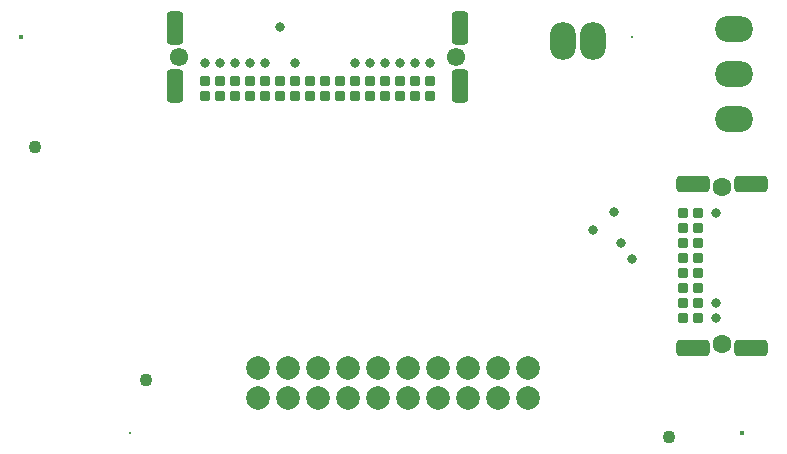
<source format=gts>
G04*
G04 #@! TF.GenerationSoftware,Altium Limited,Altium Designer,23.8.1 (32)*
G04*
G04 Layer_Color=8388736*
%FSLAX44Y44*%
%MOMM*%
G71*
G04*
G04 #@! TF.SameCoordinates,372F65C9-6F4F-413F-B500-709901E0D80A*
G04*
G04*
G04 #@! TF.FilePolarity,Negative*
G04*
G01*
G75*
G04:AMPARAMS|DCode=20|XSize=1.3mm|YSize=2.8mm|CornerRadius=0.2mm|HoleSize=0mm|Usage=FLASHONLY|Rotation=180.000|XOffset=0mm|YOffset=0mm|HoleType=Round|Shape=RoundedRectangle|*
%AMROUNDEDRECTD20*
21,1,1.3000,2.4000,0,0,180.0*
21,1,0.9000,2.8000,0,0,180.0*
1,1,0.4000,-0.4500,1.2000*
1,1,0.4000,0.4500,1.2000*
1,1,0.4000,0.4500,-1.2000*
1,1,0.4000,-0.4500,-1.2000*
%
%ADD20ROUNDEDRECTD20*%
G04:AMPARAMS|DCode=21|XSize=0.9mm|YSize=0.9mm|CornerRadius=0.15mm|HoleSize=0mm|Usage=FLASHONLY|Rotation=180.000|XOffset=0mm|YOffset=0mm|HoleType=Round|Shape=RoundedRectangle|*
%AMROUNDEDRECTD21*
21,1,0.9000,0.6000,0,0,180.0*
21,1,0.6000,0.9000,0,0,180.0*
1,1,0.3000,-0.3000,0.3000*
1,1,0.3000,0.3000,0.3000*
1,1,0.3000,0.3000,-0.3000*
1,1,0.3000,-0.3000,-0.3000*
%
%ADD21ROUNDEDRECTD21*%
G04:AMPARAMS|DCode=22|XSize=0.9mm|YSize=0.9mm|CornerRadius=0.15mm|HoleSize=0mm|Usage=FLASHONLY|Rotation=90.000|XOffset=0mm|YOffset=0mm|HoleType=Round|Shape=RoundedRectangle|*
%AMROUNDEDRECTD22*
21,1,0.9000,0.6000,0,0,90.0*
21,1,0.6000,0.9000,0,0,90.0*
1,1,0.3000,0.3000,0.3000*
1,1,0.3000,0.3000,-0.3000*
1,1,0.3000,-0.3000,-0.3000*
1,1,0.3000,-0.3000,0.3000*
%
%ADD22ROUNDEDRECTD22*%
G04:AMPARAMS|DCode=23|XSize=1.3mm|YSize=2.8mm|CornerRadius=0.2mm|HoleSize=0mm|Usage=FLASHONLY|Rotation=90.000|XOffset=0mm|YOffset=0mm|HoleType=Round|Shape=RoundedRectangle|*
%AMROUNDEDRECTD23*
21,1,1.3000,2.4000,0,0,90.0*
21,1,0.9000,2.8000,0,0,90.0*
1,1,0.4000,1.2000,0.4500*
1,1,0.4000,1.2000,-0.4500*
1,1,0.4000,-1.2000,-0.4500*
1,1,0.4000,-1.2000,0.4500*
%
%ADD23ROUNDEDRECTD23*%
%ADD24C,1.1000*%
%ADD25O,2.2032X3.2032*%
%ADD26C,1.5500*%
%ADD27C,1.6000*%
%ADD28C,2.0032*%
%ADD29C,0.4032*%
%ADD30O,3.2032X2.2032*%
%ADD31R,0.2032X0.2032*%
%ADD32C,0.8032*%
D20*
X164384Y328000D02*
D03*
Y377000D02*
D03*
X405084Y328000D02*
D03*
Y377000D02*
D03*
D21*
X189484Y319800D02*
D03*
Y332500D02*
D03*
X202184D02*
D03*
X214884D02*
D03*
X227584D02*
D03*
X240284D02*
D03*
X252984D02*
D03*
X265684D02*
D03*
X278384D02*
D03*
X291084D02*
D03*
X303784D02*
D03*
X316484D02*
D03*
X329184D02*
D03*
X341884D02*
D03*
X354584D02*
D03*
X367284D02*
D03*
X379984D02*
D03*
X202184Y319800D02*
D03*
X214884D02*
D03*
X227584D02*
D03*
X240284D02*
D03*
X252984D02*
D03*
X265684D02*
D03*
X278384D02*
D03*
X291084D02*
D03*
X303784D02*
D03*
X316484D02*
D03*
X329184D02*
D03*
X341884D02*
D03*
X354584D02*
D03*
X367284D02*
D03*
X379984D02*
D03*
D22*
X607030Y220218D02*
D03*
X594330D02*
D03*
Y207518D02*
D03*
Y194818D02*
D03*
Y182118D02*
D03*
Y169418D02*
D03*
Y156718D02*
D03*
Y144018D02*
D03*
Y131318D02*
D03*
X607030Y207518D02*
D03*
Y194818D02*
D03*
Y182118D02*
D03*
Y169418D02*
D03*
Y156718D02*
D03*
Y144018D02*
D03*
Y131318D02*
D03*
D23*
X602530Y245318D02*
D03*
X651530D02*
D03*
X602530Y106218D02*
D03*
X651530D02*
D03*
D24*
X582504Y30988D02*
D03*
X139528Y78740D02*
D03*
X45466Y275844D02*
D03*
D25*
X518160Y365760D02*
D03*
X492760D02*
D03*
D26*
X167384Y352500D02*
D03*
X402084D02*
D03*
D27*
X627030Y109218D02*
D03*
Y242318D02*
D03*
D28*
X234442Y89154D02*
D03*
X259842D02*
D03*
X285242D02*
D03*
X310642D02*
D03*
X336042D02*
D03*
X361442D02*
D03*
X386842D02*
D03*
X412242D02*
D03*
X437642D02*
D03*
X463042D02*
D03*
X234442Y63754D02*
D03*
X259842D02*
D03*
X285242D02*
D03*
X310642D02*
D03*
X336042D02*
D03*
X361442D02*
D03*
X386842D02*
D03*
X412242D02*
D03*
X437642D02*
D03*
X463042D02*
D03*
D29*
X643700Y34000D02*
D03*
X33700Y369000D02*
D03*
D30*
X637540Y299720D02*
D03*
Y337820D02*
D03*
Y375920D02*
D03*
D31*
X551200Y369000D02*
D03*
X126300Y34000D02*
D03*
D32*
X550672Y181610D02*
D03*
X541274Y194818D02*
D03*
X535940Y220980D02*
D03*
X518160Y205740D02*
D03*
X622302Y220186D02*
D03*
X622270Y144018D02*
D03*
Y131318D02*
D03*
X265684Y347740D02*
D03*
X379984D02*
D03*
X367284D02*
D03*
X354584D02*
D03*
X341884D02*
D03*
X329184D02*
D03*
X316484D02*
D03*
X252984Y378220D02*
D03*
X240284Y347740D02*
D03*
X227584D02*
D03*
X214884D02*
D03*
X202184D02*
D03*
X189484D02*
D03*
M02*

</source>
